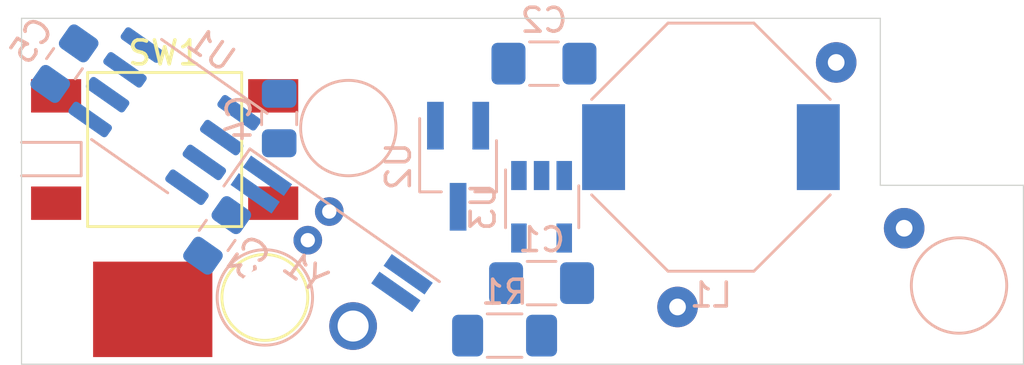
<source format=kicad_pcb>
(kicad_pcb (version 20171130) (host pcbnew "(5.1.12)-1")

  (general
    (thickness 1.6)
    (drawings 13)
    (tracks 1)
    (zones 0)
    (modules 21)
    (nets 12)
  )

  (page A4)
  (layers
    (0 F.Cu signal hide)
    (31 B.Cu signal)
    (32 B.Adhes user)
    (33 F.Adhes user)
    (34 B.Paste user hide)
    (35 F.Paste user hide)
    (36 B.SilkS user)
    (37 F.SilkS user hide)
    (38 B.Mask user hide)
    (39 F.Mask user hide)
    (40 Dwgs.User user)
    (41 Cmts.User user hide)
    (42 Eco1.User user)
    (43 Eco2.User user)
    (44 Edge.Cuts user)
    (45 Margin user)
    (46 B.CrtYd user hide)
    (47 F.CrtYd user hide)
    (48 B.Fab user hide)
    (49 F.Fab user hide)
  )

  (setup
    (last_trace_width 0.25)
    (trace_clearance 0.2)
    (zone_clearance 0.508)
    (zone_45_only no)
    (trace_min 0.2)
    (via_size 0.8)
    (via_drill 0.4)
    (via_min_size 0.4)
    (via_min_drill 0.3)
    (user_via 2 1.3)
    (uvia_size 0.3)
    (uvia_drill 0.1)
    (uvias_allowed no)
    (uvia_min_size 0.2)
    (uvia_min_drill 0.1)
    (edge_width 0.05)
    (segment_width 0.2)
    (pcb_text_width 0.3)
    (pcb_text_size 1.5 1.5)
    (mod_edge_width 0.12)
    (mod_text_size 1 1)
    (mod_text_width 0.15)
    (pad_size 1.7 1.7)
    (pad_drill 0.7)
    (pad_to_mask_clearance 0)
    (aux_axis_origin 0 0)
    (visible_elements 7FFFFFFF)
    (pcbplotparams
      (layerselection 0x010fc_ffffffff)
      (usegerberextensions false)
      (usegerberattributes true)
      (usegerberadvancedattributes true)
      (creategerberjobfile true)
      (excludeedgelayer true)
      (linewidth 0.100000)
      (plotframeref false)
      (viasonmask false)
      (mode 1)
      (useauxorigin false)
      (hpglpennumber 1)
      (hpglpenspeed 20)
      (hpglpendiameter 15.000000)
      (psnegative false)
      (psa4output false)
      (plotreference true)
      (plotvalue true)
      (plotinvisibletext false)
      (padsonsilk false)
      (subtractmaskfromsilk false)
      (outputformat 1)
      (mirror false)
      (drillshape 1)
      (scaleselection 1)
      (outputdirectory ""))
  )

  (net 0 "")
  (net 1 GND)
  (net 2 +BATT)
  (net 3 +2V8)
  (net 4 "Net-(SW1-Pad1)")
  (net 5 ENABLE)
  (net 6 "Net-(U1-Pad6)")
  (net 7 /XTAL2)
  (net 8 /XTAL1)
  (net 9 /SW)
  (net 10 /FB)
  (net 11 ~RESET)

  (net_class Default "This is the default net class."
    (clearance 0.2)
    (trace_width 0.25)
    (via_dia 0.8)
    (via_drill 0.4)
    (uvia_dia 0.3)
    (uvia_drill 0.1)
    (add_net +2V8)
    (add_net +BATT)
    (add_net /FB)
    (add_net /SW)
    (add_net /XTAL1)
    (add_net /XTAL2)
    (add_net ENABLE)
    (add_net GND)
    (add_net "Net-(SW1-Pad1)")
    (add_net "Net-(U1-Pad6)")
    (add_net ~RESET)
  )

  (module mibe:Crystal_SMD_Qantek_QTP7-4Pin_6.9x1.4mm_HandSoldering (layer B.Cu) (tedit 637546B5) (tstamp 63741888)
    (at 113 109.033494 325)
    (descr "SMD Crystal Qantek QPT7 https://www.qantek.com/tl_files/products/crystals/QTP7.pdf")
    (tags "SMD SMT crystal hand-soldering")
    (path /6369D0A6)
    (attr smd)
    (fp_text reference Y1 (at 0 1.95 145) (layer B.SilkS)
      (effects (font (size 1 1) (thickness 0.15)) (justify mirror))
    )
    (fp_text value "32.768 kHz" (at 0 -1.95 145) (layer B.Fab)
      (effects (font (size 1 1) (thickness 0.15)) (justify mirror))
    )
    (fp_text user %R (at 0 0 145) (layer B.Fab)
      (effects (font (size 1 1) (thickness 0.15)) (justify mirror))
    )
    (fp_line (start 4.9 1) (end -4.9 1) (layer B.CrtYd) (width 0.05))
    (fp_line (start 4.9 -1) (end 4.9 1) (layer B.CrtYd) (width 0.05))
    (fp_line (start -4.9 -1) (end 4.9 -1) (layer B.CrtYd) (width 0.05))
    (fp_line (start -4.9 1) (end -4.9 -1) (layer B.CrtYd) (width 0.05))
    (fp_line (start -4.85 -0.95) (end 4.85 -0.95) (layer B.SilkS) (width 0.12))
    (fp_line (start -4.85 0.95) (end -4.85 -0.95) (layer B.SilkS) (width 0.12))
    (fp_line (start -2.85 0.75) (end -2.85 -0.75) (layer B.Fab) (width 0.1))
    (fp_line (start -3.35 0.35) (end -2.95 0.75) (layer B.Fab) (width 0.1))
    (fp_line (start -3.35 -0.35) (end -3.35 0.35) (layer B.Fab) (width 0.1))
    (fp_line (start -2.95 -0.75) (end -3.35 -0.35) (layer B.Fab) (width 0.1))
    (fp_line (start 2.95 -0.75) (end -2.95 -0.75) (layer B.Fab) (width 0.1))
    (fp_line (start 3.35 -0.35) (end 2.95 -0.75) (layer B.Fab) (width 0.1))
    (fp_line (start 3.35 0.35) (end 3.35 -0.35) (layer B.Fab) (width 0.1))
    (fp_line (start 2.95 0.75) (end 3.35 0.35) (layer B.Fab) (width 0.1))
    (fp_line (start -2.95 0.75) (end 2.95 0.75) (layer B.Fab) (width 0.1))
    (pad 1 smd rect (at -3.6 -0.45 325) (size 2.1 0.6) (layers B.Cu B.Paste B.Mask)
      (net 8 /XTAL1))
    (pad NC smd rect (at 3.6 -0.45 325) (size 2.1 0.6) (layers B.Cu B.Paste B.Mask))
    (pad NC smd rect (at 3.6 0.45 325) (size 2.1 0.6) (layers B.Cu B.Paste B.Mask))
    (pad 2 smd rect (at -3.6 0.45 325) (size 2.1 0.6) (layers B.Cu B.Paste B.Mask)
      (net 7 /XTAL2))
  )

  (module Connector_Wire:SolderWire-0.1sqmm_1x01_D0.4mm_OD1mm (layer F.Cu) (tedit 6372BF4E) (tstamp 6375C2EC)
    (at 112 109.3 90)
    (descr "Soldered wire connection, for a single 0.1 mm² wire, basic insulation, conductor diameter 0.4mm, outer diameter 1mm, size source Multi-Contact FLEXI-E 0.1 (https://ec.staubli.com/AcroFiles/Catalogues/TM_Cab-Main-11014119_(en)_hi.pdf), bend radius 3 times outer diameter, generated with kicad-footprint-generator")
    (tags "connector wire 0.1sqmm")
    (attr virtual)
    (fp_text reference REF** (at 0 -2 90) (layer F.SilkS) hide
      (effects (font (size 1 1) (thickness 0.15)))
    )
    (fp_text value SolderWire-0.1sqmm_1x01_D0.4mm_OD1mm (at 0 2 90) (layer F.Fab)
      (effects (font (size 1 1) (thickness 0.15)))
    )
    (fp_circle (center 0 0) (end 0.5 0) (layer F.Fab) (width 0.1))
    (fp_line (start -1.3 -1.3) (end -1.3 1.3) (layer F.CrtYd) (width 0.05))
    (fp_line (start -1.3 1.3) (end 1.3 1.3) (layer F.CrtYd) (width 0.05))
    (fp_line (start 1.3 1.3) (end 1.3 -1.3) (layer F.CrtYd) (width 0.05))
    (fp_line (start 1.3 -1.3) (end -1.3 -1.3) (layer F.CrtYd) (width 0.05))
    (fp_text user %R (at 0 0 90) (layer F.Fab)
      (effects (font (size 0.25 0.25) (thickness 0.04)))
    )
    (pad 1 thru_hole circle (at 0 0 90) (size 1.2 1.2) (drill 0.6) (layers *.Cu *.Mask)
      (net 7 /XTAL2))
    (model ${KISYS3DMOD}/Connector_Wire.3dshapes/SolderWire-0.1sqmm_1x01_D0.4mm_OD1mm.wrl
      (at (xyz 0 0 0))
      (scale (xyz 1 1 1))
      (rotate (xyz 0 0 0))
    )
  )

  (module Connector_Wire:SolderWire-0.1sqmm_1x01_D0.4mm_OD1mm (layer F.Cu) (tedit 6372BF5C) (tstamp 6375C1B3)
    (at 112.9 108.1 90)
    (descr "Soldered wire connection, for a single 0.1 mm² wire, basic insulation, conductor diameter 0.4mm, outer diameter 1mm, size source Multi-Contact FLEXI-E 0.1 (https://ec.staubli.com/AcroFiles/Catalogues/TM_Cab-Main-11014119_(en)_hi.pdf), bend radius 3 times outer diameter, generated with kicad-footprint-generator")
    (tags "connector wire 0.1sqmm")
    (attr virtual)
    (fp_text reference REF** (at 0 -2 90) (layer F.SilkS) hide
      (effects (font (size 1 1) (thickness 0.15)))
    )
    (fp_text value SolderWire-0.1sqmm_1x01_D0.4mm_OD1mm (at 0 2 90) (layer F.Fab)
      (effects (font (size 1 1) (thickness 0.15)))
    )
    (fp_circle (center 0 0) (end 0.5 0) (layer F.Fab) (width 0.1))
    (fp_line (start -1.3 -1.3) (end -1.3 1.3) (layer F.CrtYd) (width 0.05))
    (fp_line (start -1.3 1.3) (end 1.3 1.3) (layer F.CrtYd) (width 0.05))
    (fp_line (start 1.3 1.3) (end 1.3 -1.3) (layer F.CrtYd) (width 0.05))
    (fp_line (start 1.3 -1.3) (end -1.3 -1.3) (layer F.CrtYd) (width 0.05))
    (fp_text user %R (at 0 0 90) (layer F.Fab)
      (effects (font (size 0.25 0.25) (thickness 0.04)))
    )
    (pad 1 thru_hole circle (at 0 0 90) (size 1.2 1.2) (drill 0.6) (layers *.Cu *.Mask)
      (net 8 /XTAL1))
    (model ${KISYS3DMOD}/Connector_Wire.3dshapes/SolderWire-0.1sqmm_1x01_D0.4mm_OD1mm.wrl
      (at (xyz 0 0 0))
      (scale (xyz 1 1 1))
      (rotate (xyz 0 0 0))
    )
  )

  (module Connector_Wire:SolderWire-0.15sqmm_1x01_D0.5mm_OD1.5mm (layer F.Cu) (tedit 6372BFCF) (tstamp 6373F710)
    (at 137 108.8)
    (descr "Soldered wire connection, for a single 0.15 mm² wire, basic insulation, conductor diameter 0.5mm, outer diameter 1.5mm, size source Multi-Contact FLEXI-E 0.15 (https://ec.staubli.com/AcroFiles/Catalogues/TM_Cab-Main-11014119_(en)_hi.pdf), bend radius 3 times outer diameter, generated with kicad-footprint-generator")
    (tags "connector wire 0.15sqmm")
    (attr virtual)
    (fp_text reference REF** (at 0 -2.05) (layer F.SilkS) hide
      (effects (font (size 1 1) (thickness 0.15)))
    )
    (fp_text value SolderWire-0.15sqmm_1x01_D0.5mm_OD1.5mm (at 0 2.05) (layer F.Fab)
      (effects (font (size 1 1) (thickness 0.15)))
    )
    (fp_circle (center 0 0) (end 0.75 0) (layer F.Fab) (width 0.1))
    (fp_line (start -1.5 -1.35) (end -1.5 1.35) (layer F.CrtYd) (width 0.05))
    (fp_line (start -1.5 1.35) (end 1.5 1.35) (layer F.CrtYd) (width 0.05))
    (fp_line (start 1.5 1.35) (end 1.5 -1.35) (layer F.CrtYd) (width 0.05))
    (fp_line (start 1.5 -1.35) (end -1.5 -1.35) (layer F.CrtYd) (width 0.05))
    (fp_text user %R (at 0 0) (layer F.Fab)
      (effects (font (size 0.38 0.38) (thickness 0.06)))
    )
    (pad 1 thru_hole circle (at 0 0) (size 1.7 1.7) (drill 0.7) (layers *.Cu *.Mask)
      (net 10 /FB))
    (model ${KISYS3DMOD}/Connector_Wire.3dshapes/SolderWire-0.15sqmm_1x01_D0.5mm_OD1.5mm.wrl
      (at (xyz 0 0 0))
      (scale (xyz 1 1 1))
      (rotate (xyz 0 0 0))
    )
  )

  (module Connector_Wire:SolderWire-0.15sqmm_1x01_D0.5mm_OD1.5mm (layer F.Cu) (tedit 6372BD02) (tstamp 637330B6)
    (at 134.15 101.85)
    (descr "Soldered wire connection, for a single 0.15 mm² wire, basic insulation, conductor diameter 0.5mm, outer diameter 1.5mm, size source Multi-Contact FLEXI-E 0.15 (https://ec.staubli.com/AcroFiles/Catalogues/TM_Cab-Main-11014119_(en)_hi.pdf), bend radius 3 times outer diameter, generated with kicad-footprint-generator")
    (tags "connector wire 0.15sqmm")
    (attr virtual)
    (fp_text reference REF** (at 0 -2.05) (layer F.SilkS) hide
      (effects (font (size 1 1) (thickness 0.15)))
    )
    (fp_text value SolderWire-0.15sqmm_1x01_D0.5mm_OD1.5mm (at 0 2.05) (layer F.Fab)
      (effects (font (size 1 1) (thickness 0.15)))
    )
    (fp_circle (center 0 0) (end 0.75 0) (layer F.Fab) (width 0.1))
    (fp_line (start -1.5 -1.35) (end -1.5 1.35) (layer F.CrtYd) (width 0.05))
    (fp_line (start -1.5 1.35) (end 1.5 1.35) (layer F.CrtYd) (width 0.05))
    (fp_line (start 1.5 1.35) (end 1.5 -1.35) (layer F.CrtYd) (width 0.05))
    (fp_line (start 1.5 -1.35) (end -1.5 -1.35) (layer F.CrtYd) (width 0.05))
    (fp_text user %R (at 0 0) (layer F.Fab)
      (effects (font (size 0.38 0.38) (thickness 0.06)))
    )
    (pad 1 thru_hole circle (at 0 0) (size 1.7 1.7) (drill 0.7) (layers *.Cu *.Mask)
      (net 3 +2V8))
    (model ${KISYS3DMOD}/Connector_Wire.3dshapes/SolderWire-0.15sqmm_1x01_D0.5mm_OD1.5mm.wrl
      (at (xyz 0 0 0))
      (scale (xyz 1 1 1))
      (rotate (xyz 0 0 0))
    )
  )

  (module Connector_Wire:SolderWirePad_1x01_SMD_1x2mm locked (layer F.Cu) (tedit 6372BA2A) (tstamp 637328E9)
    (at 105.5 112.2)
    (descr "Wire Pad, Square, SMD Pad,  5mm x 10mm,")
    (tags "MesurementPoint Square SMDPad 5mmx10mm ")
    (attr virtual)
    (fp_text reference REF** (at 0 -2.54) (layer F.SilkS) hide
      (effects (font (size 1 1) (thickness 0.15)))
    )
    (fp_text value SolderWirePad_1x01_SMD_1x2mm (at 0 2.54) (layer F.Fab)
      (effects (font (size 1 1) (thickness 0.15)))
    )
    (fp_line (start -0.63 1.27) (end -0.63 -1.27) (layer F.Fab) (width 0.1))
    (fp_line (start 0.63 1.27) (end -0.63 1.27) (layer F.Fab) (width 0.1))
    (fp_line (start 0.63 -1.27) (end 0.63 1.27) (layer F.Fab) (width 0.1))
    (fp_line (start -0.63 -1.27) (end 0.63 -1.27) (layer F.Fab) (width 0.1))
    (fp_line (start -0.63 -1.27) (end -0.63 1.27) (layer F.CrtYd) (width 0.05))
    (fp_line (start -0.63 1.27) (end 0.63 1.27) (layer F.CrtYd) (width 0.05))
    (fp_line (start 0.63 1.27) (end 0.63 -1.27) (layer F.CrtYd) (width 0.05))
    (fp_line (start 0.63 -1.27) (end -0.63 -1.27) (layer F.CrtYd) (width 0.05))
    (fp_text user %R (at 0 0) (layer F.Fab)
      (effects (font (size 1 1) (thickness 0.15)))
    )
    (pad 1 smd rect (at 0 0) (size 5 4) (layers F.Cu F.Paste F.Mask)
      (net 1 GND))
  )

  (module Connector_Wire:SolderWire-0.15sqmm_1x01_D0.5mm_OD1.5mm locked (layer F.Cu) (tedit 6372B8A7) (tstamp 63732351)
    (at 127.5 112.1)
    (descr "Soldered wire connection, for a single 0.15 mm² wire, basic insulation, conductor diameter 0.5mm, outer diameter 1.5mm, size source Multi-Contact FLEXI-E 0.15 (https://ec.staubli.com/AcroFiles/Catalogues/TM_Cab-Main-11014119_(en)_hi.pdf), bend radius 3 times outer diameter, generated with kicad-footprint-generator")
    (tags "connector wire 0.15sqmm")
    (attr virtual)
    (fp_text reference REF** (at 0 -2.05) (layer F.SilkS) hide
      (effects (font (size 1 1) (thickness 0.15)))
    )
    (fp_text value SolderWire-0.15sqmm_1x01_D0.5mm_OD1.5mm (at 0 2.05) (layer F.Fab)
      (effects (font (size 1 1) (thickness 0.15)))
    )
    (fp_circle (center 0 0) (end 0.75 0) (layer F.Fab) (width 0.1))
    (fp_line (start -1.5 -1.35) (end -1.5 1.35) (layer F.CrtYd) (width 0.05))
    (fp_line (start -1.5 1.35) (end 1.5 1.35) (layer F.CrtYd) (width 0.05))
    (fp_line (start 1.5 1.35) (end 1.5 -1.35) (layer F.CrtYd) (width 0.05))
    (fp_line (start 1.5 -1.35) (end -1.5 -1.35) (layer F.CrtYd) (width 0.05))
    (fp_text user %R (at 0 0) (layer F.Fab)
      (effects (font (size 0.38 0.38) (thickness 0.06)))
    )
    (pad 1 thru_hole circle (at 0 0) (size 1.7 1.7) (drill 0.7) (layers *.Cu *.Mask)
      (net 2 +BATT))
    (model ${KISYS3DMOD}/Connector_Wire.3dshapes/SolderWire-0.15sqmm_1x01_D0.5mm_OD1.5mm.wrl
      (at (xyz 0 0 0))
      (scale (xyz 1 1 1))
      (rotate (xyz 0 0 0))
    )
  )

  (module Package_TO_SOT_SMD:TSOT-23-5 (layer B.Cu) (tedit 5A02FF57) (tstamp 6373131C)
    (at 121.8 107.9 270)
    (descr "5-pin TSOT23 package, http://cds.linear.com/docs/en/packaging/SOT_5_05-08-1635.pdf")
    (tags TSOT-23-5)
    (path /6369B35B)
    (attr smd)
    (fp_text reference U3 (at 0 2.45 90) (layer B.SilkS)
      (effects (font (size 1 1) (thickness 0.15)) (justify mirror))
    )
    (fp_text value PAM2804AAB010 (at 0 -2.5 90) (layer B.Fab)
      (effects (font (size 1 1) (thickness 0.15)) (justify mirror))
    )
    (fp_line (start -0.88 -1.56) (end 0.88 -1.56) (layer B.SilkS) (width 0.12))
    (fp_line (start 0.88 1.51) (end -1.55 1.51) (layer B.SilkS) (width 0.12))
    (fp_line (start -0.88 1) (end -0.43 1.45) (layer B.Fab) (width 0.1))
    (fp_line (start 0.88 1.45) (end -0.43 1.45) (layer B.Fab) (width 0.1))
    (fp_line (start -0.88 1) (end -0.88 -1.45) (layer B.Fab) (width 0.1))
    (fp_line (start 0.88 -1.45) (end -0.88 -1.45) (layer B.Fab) (width 0.1))
    (fp_line (start 0.88 1.45) (end 0.88 -1.45) (layer B.Fab) (width 0.1))
    (fp_line (start -2.17 1.7) (end 2.17 1.7) (layer B.CrtYd) (width 0.05))
    (fp_line (start -2.17 1.7) (end -2.17 -1.7) (layer B.CrtYd) (width 0.05))
    (fp_line (start 2.17 -1.7) (end 2.17 1.7) (layer B.CrtYd) (width 0.05))
    (fp_line (start 2.17 -1.7) (end -2.17 -1.7) (layer B.CrtYd) (width 0.05))
    (fp_text user %R (at 0 0 180) (layer B.Fab)
      (effects (font (size 0.5 0.5) (thickness 0.075)) (justify mirror))
    )
    (pad 5 smd rect (at 1.31 0.95 270) (size 1.22 0.65) (layers B.Cu B.Paste B.Mask)
      (net 10 /FB))
    (pad 4 smd rect (at 1.31 -0.95 270) (size 1.22 0.65) (layers B.Cu B.Paste B.Mask)
      (net 2 +BATT))
    (pad 3 smd rect (at -1.31 -0.95 270) (size 1.22 0.65) (layers B.Cu B.Paste B.Mask)
      (net 9 /SW))
    (pad 2 smd rect (at -1.31 0 270) (size 1.22 0.65) (layers B.Cu B.Paste B.Mask)
      (net 1 GND))
    (pad 1 smd rect (at -1.31 0.95 270) (size 1.22 0.65) (layers B.Cu B.Paste B.Mask)
      (net 5 ENABLE))
    (model ${KISYS3DMOD}/Package_TO_SOT_SMD.3dshapes/TSOT-23-5.wrl
      (at (xyz 0 0 0))
      (scale (xyz 1 1 1))
      (rotate (xyz 0 0 0))
    )
  )

  (module Package_TO_SOT_SMD:SOT-23W_Handsoldering (layer B.Cu) (tedit 5A02FF57) (tstamp 63731307)
    (at 118.3 106.2 270)
    (descr "SOT-23W http://www.allegromicro.com/~/media/Files/Datasheets/A112x-Datasheet.ashx?la=en&hash=7BC461E058CC246E0BAB62433B2F1ECA104CA9D3")
    (tags "SOT-23W for handsoldering")
    (path /636AEB68)
    (attr smd)
    (fp_text reference U2 (at 0 2.5 270) (layer B.SilkS)
      (effects (font (size 1 1) (thickness 0.15)) (justify mirror))
    )
    (fp_text value SGM809B-SXN3LG (at 0 -2.5 270) (layer B.Fab)
      (effects (font (size 1 1) (thickness 0.15)) (justify mirror))
    )
    (fp_line (start 1.075 -0.7) (end 1.075 -1.61) (layer B.SilkS) (width 0.12))
    (fp_line (start 1.075 1.6) (end 1.075 0.7) (layer B.SilkS) (width 0.12))
    (fp_line (start -2 1.61) (end 1.075 1.61) (layer B.SilkS) (width 0.12))
    (fp_line (start -1.075 -1.61) (end 1.075 -1.61) (layer B.SilkS) (width 0.12))
    (fp_line (start -0.955 0.49) (end -0.955 -1.49) (layer B.Fab) (width 0.1))
    (fp_line (start 0.045 1.49) (end 0.955 1.49) (layer B.Fab) (width 0.1))
    (fp_line (start -0.955 0.49) (end 0.045 1.49) (layer B.Fab) (width 0.1))
    (fp_line (start 0.955 1.49) (end 0.955 -1.49) (layer B.Fab) (width 0.1))
    (fp_line (start -0.955 -1.49) (end 0.955 -1.49) (layer B.Fab) (width 0.1))
    (fp_line (start -2.95 1.74) (end 2.95 1.74) (layer B.CrtYd) (width 0.05))
    (fp_line (start 2.95 1.74) (end 2.95 -1.74) (layer B.CrtYd) (width 0.05))
    (fp_line (start 2.95 -1.74) (end -2.95 -1.74) (layer B.CrtYd) (width 0.05))
    (fp_line (start -2.95 -1.74) (end -2.95 1.74) (layer B.CrtYd) (width 0.05))
    (fp_text user %R (at 0 0) (layer B.Fab)
      (effects (font (size 0.5 0.5) (thickness 0.075)) (justify mirror))
    )
    (pad 3 smd rect (at 1.7 0 270) (size 2 0.7) (layers B.Cu B.Paste B.Mask)
      (net 2 +BATT))
    (pad 2 smd rect (at -1.7 -0.95 270) (size 2 0.7) (layers B.Cu B.Paste B.Mask)
      (net 11 ~RESET))
    (pad 1 smd rect (at -1.7 0.95 270) (size 2 0.7) (layers B.Cu B.Paste B.Mask)
      (net 1 GND))
    (model ${KISYS3DMOD}/Package_TO_SOT_SMD.3dshapes/SOT-23W_Handsoldering.wrl
      (at (xyz 0 0 0))
      (scale (xyz 1 1 1))
      (rotate (xyz 0 0 0))
    )
  )

  (module Package_SO:SOIC-8_3.9x4.9mm_P1.27mm (layer B.Cu) (tedit 5D9F72B1) (tstamp 6374183F)
    (at 106 104.1 145)
    (descr "SOIC, 8 Pin (JEDEC MS-012AA, https://www.analog.com/media/en/package-pcb-resources/package/pkg_pdf/soic_narrow-r/r_8.pdf), generated with kicad-footprint-generator ipc_gullwing_generator.py")
    (tags "SOIC SO")
    (path /6369BBC6)
    (attr smd)
    (fp_text reference U1 (at 0 3.4 145) (layer B.SilkS)
      (effects (font (size 1 1) (thickness 0.15)) (justify mirror))
    )
    (fp_text value ATtiny25-20SSU (at 0 -3.4 145) (layer B.Fab)
      (effects (font (size 1 1) (thickness 0.15)) (justify mirror))
    )
    (fp_line (start 0 -2.56) (end 1.95 -2.56) (layer B.SilkS) (width 0.12))
    (fp_line (start 0 -2.56) (end -1.95 -2.56) (layer B.SilkS) (width 0.12))
    (fp_line (start 0 2.56) (end 1.95 2.56) (layer B.SilkS) (width 0.12))
    (fp_line (start 0 2.56) (end -3.45 2.56) (layer B.SilkS) (width 0.12))
    (fp_line (start -0.975 2.45) (end 1.95 2.45) (layer B.Fab) (width 0.1))
    (fp_line (start 1.95 2.45) (end 1.95 -2.45) (layer B.Fab) (width 0.1))
    (fp_line (start 1.95 -2.45) (end -1.95 -2.45) (layer B.Fab) (width 0.1))
    (fp_line (start -1.95 -2.45) (end -1.95 1.475) (layer B.Fab) (width 0.1))
    (fp_line (start -1.95 1.475) (end -0.975 2.45) (layer B.Fab) (width 0.1))
    (fp_line (start -3.7 2.7) (end -3.7 -2.7) (layer B.CrtYd) (width 0.05))
    (fp_line (start -3.7 -2.7) (end 3.7 -2.7) (layer B.CrtYd) (width 0.05))
    (fp_line (start 3.7 -2.7) (end 3.7 2.7) (layer B.CrtYd) (width 0.05))
    (fp_line (start 3.7 2.7) (end -3.7 2.7) (layer B.CrtYd) (width 0.05))
    (fp_text user %R (at 0 0 145) (layer B.Fab)
      (effects (font (size 0.98 0.98) (thickness 0.15)) (justify mirror))
    )
    (pad 8 smd roundrect (at 2.475 1.905 145) (size 1.95 0.6) (layers B.Cu B.Paste B.Mask) (roundrect_rratio 0.25)
      (net 2 +BATT))
    (pad 7 smd roundrect (at 2.475 0.635 145) (size 1.95 0.6) (layers B.Cu B.Paste B.Mask) (roundrect_rratio 0.25)
      (net 5 ENABLE))
    (pad 6 smd roundrect (at 2.475 -0.635 145) (size 1.95 0.6) (layers B.Cu B.Paste B.Mask) (roundrect_rratio 0.25)
      (net 6 "Net-(U1-Pad6)"))
    (pad 5 smd roundrect (at 2.475 -1.905 145) (size 1.95 0.6) (layers B.Cu B.Paste B.Mask) (roundrect_rratio 0.25)
      (net 4 "Net-(SW1-Pad1)"))
    (pad 4 smd roundrect (at -2.475 -1.905 145) (size 1.95 0.6) (layers B.Cu B.Paste B.Mask) (roundrect_rratio 0.25)
      (net 1 GND))
    (pad 3 smd roundrect (at -2.475 -0.635 145) (size 1.95 0.6) (layers B.Cu B.Paste B.Mask) (roundrect_rratio 0.25)
      (net 7 /XTAL2))
    (pad 2 smd roundrect (at -2.475 0.635 145) (size 1.95 0.6) (layers B.Cu B.Paste B.Mask) (roundrect_rratio 0.25)
      (net 8 /XTAL1))
    (pad 1 smd roundrect (at -2.475 1.905 145) (size 1.95 0.6) (layers B.Cu B.Paste B.Mask) (roundrect_rratio 0.25)
      (net 11 ~RESET))
    (model ${KISYS3DMOD}/Package_SO.3dshapes/SOIC-8_3.9x4.9mm_P1.27mm.wrl
      (at (xyz 0 0 0))
      (scale (xyz 1 1 1))
      (rotate (xyz 0 0 0))
    )
  )

  (module mibe:SW_SPST_TL3301 locked (layer F.Cu) (tedit 6372A81A) (tstamp 637312D8)
    (at 106 105.5)
    (descr "E switch SPST SMD TL3301 Series Tact Switch")
    (tags "SPST Button Switch")
    (path /636A2B0E)
    (attr smd)
    (fp_text reference SW1 (at 0 -4.05) (layer F.SilkS)
      (effects (font (size 1 1) (thickness 0.15)))
    )
    (fp_text value TL3301 (at 0 4.15) (layer F.Fab)
      (effects (font (size 1 1) (thickness 0.15)))
    )
    (fp_circle (center 0 0) (end 1.75 -0.05) (layer F.Fab) (width 0.1))
    (fp_line (start -3.23 3.23) (end 3.23 3.23) (layer F.SilkS) (width 0.12))
    (fp_line (start -3.23 -3.23) (end -3.23 3.23) (layer F.SilkS) (width 0.12))
    (fp_line (start -3.23 -3.23) (end 3.23 -3.23) (layer F.SilkS) (width 0.12))
    (fp_line (start 3.23 -3.23) (end 3.23 3.23) (layer F.SilkS) (width 0.12))
    (fp_line (start -5.05 -3.4) (end 5.05 -3.4) (layer F.CrtYd) (width 0.05))
    (fp_line (start -5.05 3.4) (end 5.05 3.4) (layer F.CrtYd) (width 0.05))
    (fp_line (start -5.05 -3.4) (end -5.05 3.4) (layer F.CrtYd) (width 0.05))
    (fp_line (start 5.05 3.4) (end 5.05 -3.4) (layer F.CrtYd) (width 0.05))
    (fp_line (start 3 -3) (end -3 -3) (layer F.Fab) (width 0.1))
    (fp_line (start 3 3) (end 3 -3) (layer F.Fab) (width 0.1))
    (fp_line (start -3 3) (end 3 3) (layer F.Fab) (width 0.1))
    (fp_line (start -3 -3) (end -3 3) (layer F.Fab) (width 0.1))
    (fp_text user %R (at 0 -4.05) (layer F.Fab)
      (effects (font (size 1 1) (thickness 0.15)))
    )
    (pad 2 smd rect (at -4.55 2.25) (size 2.1 1.4) (layers F.Cu F.Paste F.Mask)
      (net 1 GND))
    (pad 1 smd rect (at -4.55 -2.25) (size 2.1 1.4) (layers F.Cu F.Paste F.Mask)
      (net 4 "Net-(SW1-Pad1)"))
    (pad 1 smd rect (at 4.55 -2.25) (size 2.1 1.4) (layers F.Cu F.Paste F.Mask)
      (net 4 "Net-(SW1-Pad1)"))
    (pad 2 smd rect (at 4.55 2.25) (size 2.1 1.4) (layers F.Cu F.Paste F.Mask)
      (net 1 GND))
  )

  (module Resistor_SMD:R_1206_3216Metric_Pad1.30x1.75mm_HandSolder (layer B.Cu) (tedit 5F68FEEE) (tstamp 63733A0A)
    (at 120.25 113.3 180)
    (descr "Resistor SMD 1206 (3216 Metric), square (rectangular) end terminal, IPC_7351 nominal with elongated pad for handsoldering. (Body size source: IPC-SM-782 page 72, https://www.pcb-3d.com/wordpress/wp-content/uploads/ipc-sm-782a_amendment_1_and_2.pdf), generated with kicad-footprint-generator")
    (tags "resistor handsolder")
    (path /636A1A59)
    (attr smd)
    (fp_text reference R1 (at 0 1.82) (layer B.SilkS)
      (effects (font (size 1 1) (thickness 0.15)) (justify mirror))
    )
    (fp_text value CRL1206-FW-R820 (at 0 -1.82) (layer B.Fab)
      (effects (font (size 1 1) (thickness 0.15)) (justify mirror))
    )
    (fp_line (start -1.6 -0.8) (end -1.6 0.8) (layer B.Fab) (width 0.1))
    (fp_line (start -1.6 0.8) (end 1.6 0.8) (layer B.Fab) (width 0.1))
    (fp_line (start 1.6 0.8) (end 1.6 -0.8) (layer B.Fab) (width 0.1))
    (fp_line (start 1.6 -0.8) (end -1.6 -0.8) (layer B.Fab) (width 0.1))
    (fp_line (start -0.727064 0.91) (end 0.727064 0.91) (layer B.SilkS) (width 0.12))
    (fp_line (start -0.727064 -0.91) (end 0.727064 -0.91) (layer B.SilkS) (width 0.12))
    (fp_line (start -2.45 -1.12) (end -2.45 1.12) (layer B.CrtYd) (width 0.05))
    (fp_line (start -2.45 1.12) (end 2.45 1.12) (layer B.CrtYd) (width 0.05))
    (fp_line (start 2.45 1.12) (end 2.45 -1.12) (layer B.CrtYd) (width 0.05))
    (fp_line (start 2.45 -1.12) (end -2.45 -1.12) (layer B.CrtYd) (width 0.05))
    (fp_text user %R (at 0 0) (layer B.Fab)
      (effects (font (size 0.8 0.8) (thickness 0.12)) (justify mirror))
    )
    (pad 2 smd roundrect (at 1.55 0 180) (size 1.3 1.75) (layers B.Cu B.Paste B.Mask) (roundrect_rratio 0.192308)
      (net 1 GND))
    (pad 1 smd roundrect (at -1.55 0 180) (size 1.3 1.75) (layers B.Cu B.Paste B.Mask) (roundrect_rratio 0.192308)
      (net 10 /FB))
    (model ${KISYS3DMOD}/Resistor_SMD.3dshapes/R_1206_3216Metric.wrl
      (at (xyz 0 0 0))
      (scale (xyz 1 1 1))
      (rotate (xyz 0 0 0))
    )
  )

  (module Inductor_SMD:L_Bourns-SRU1028_10.0x10.0mm (layer B.Cu) (tedit 5DA0DC6F) (tstamp 6373FEDD)
    (at 128.9 105.4)
    (descr "Bourns SRU1028 series SMD inductor, https://www.bourns.com/docs/Product-Datasheets/SRU1028.pdf")
    (tags "Bourns SRU1028 SMD inductor")
    (path /6369E4E0)
    (attr smd)
    (fp_text reference L1 (at 0 6.2) (layer B.SilkS)
      (effects (font (size 1 1) (thickness 0.15)) (justify mirror))
    )
    (fp_text value SRU1038-150Y (at 0 -6.2) (layer B.Fab)
      (effects (font (size 1 1) (thickness 0.15)) (justify mirror))
    )
    (fp_line (start -1.8 5.2) (end -5 2) (layer B.SilkS) (width 0.12))
    (fp_circle (center 0 0) (end 3.7 0) (layer B.Fab) (width 0.1))
    (fp_line (start 1.7 5) (end 5 1.7) (layer B.Fab) (width 0.1))
    (fp_line (start -1.7 5) (end 1.7 5) (layer B.Fab) (width 0.1))
    (fp_line (start -5 1.7) (end -1.7 5) (layer B.Fab) (width 0.1))
    (fp_line (start -5 -1.7) (end -5 1.7) (layer B.Fab) (width 0.1))
    (fp_line (start -1.7 -5) (end -5 -1.7) (layer B.Fab) (width 0.1))
    (fp_line (start 1.7 -5) (end -1.7 -5) (layer B.Fab) (width 0.1))
    (fp_line (start 5 -1.7) (end 1.7 -5) (layer B.Fab) (width 0.1))
    (fp_line (start 5 1.7) (end 5 -1.7) (layer B.Fab) (width 0.1))
    (fp_line (start -1.8 5.2) (end 1.8 5.2) (layer B.SilkS) (width 0.12))
    (fp_line (start -1.8 -5.2) (end -5 -2) (layer B.SilkS) (width 0.12))
    (fp_line (start 1.8 -5.2) (end -1.8 -5.2) (layer B.SilkS) (width 0.12))
    (fp_line (start 1.8 -5.2) (end 5 -2) (layer B.SilkS) (width 0.12))
    (fp_line (start 1.8 5.2) (end 5 2) (layer B.SilkS) (width 0.12))
    (fp_line (start -5.65 5.25) (end 5.65 5.25) (layer B.CrtYd) (width 0.05))
    (fp_line (start -5.65 -5.25) (end -5.65 5.25) (layer B.CrtYd) (width 0.05))
    (fp_line (start 5.65 -5.25) (end -5.65 -5.25) (layer B.CrtYd) (width 0.05))
    (fp_line (start 5.65 5.25) (end 5.65 -5.25) (layer B.CrtYd) (width 0.05))
    (fp_text user %R (at 0 0) (layer B.Fab)
      (effects (font (size 1 1) (thickness 0.15)) (justify mirror))
    )
    (pad 2 smd rect (at 4.5 0) (size 1.8 3.6) (layers B.Cu B.Paste B.Mask)
      (net 3 +2V8))
    (pad 1 smd rect (at -4.5 0) (size 1.8 3.6) (layers B.Cu B.Paste B.Mask)
      (net 9 /SW))
    (model ${KISYS3DMOD}/Inductor_SMD.3dshapes/L_Bourns-SRU1028_10.0x10.0mm.wrl
      (at (xyz 0 0 0))
      (scale (xyz 1 1 1))
      (rotate (xyz 0 0 0))
    )
  )

  (module MountingHole:MountingHole_2.5mm locked (layer F.Cu) (tedit 6372B07A) (tstamp 63731297)
    (at 110.2 111.7)
    (descr "Mounting Hole 2.5mm, no annular")
    (tags "mounting hole 2.5mm no annular")
    (path /6372C56E)
    (attr virtual)
    (fp_text reference H3 (at 0 -3.5) (layer F.SilkS) hide
      (effects (font (size 1 1) (thickness 0.15)))
    )
    (fp_text value MountingHole (at 0 3.5) (layer F.Fab)
      (effects (font (size 1 1) (thickness 0.15)))
    )
    (fp_circle (center 0 0) (end 2.75 0) (layer F.CrtYd) (width 0.05))
    (fp_circle (center 0 0) (end 2.5 0) (layer Cmts.User) (width 0.15))
    (fp_text user %R (at 0.3 0) (layer F.Fab)
      (effects (font (size 1 1) (thickness 0.15)))
    )
    (pad "" np_thru_hole circle (at 0 0) (size 2.4 2.4) (drill 2.4) (layers *.Cu *.Mask))
  )

  (module MountingHole:MountingHole_3.5mm locked (layer F.Cu) (tedit 6372B278) (tstamp 6373154B)
    (at 139.3 111.2)
    (descr "Mounting Hole 3.5mm, no annular")
    (tags "mounting hole 3.5mm no annular")
    (path /6372C182)
    (attr virtual)
    (fp_text reference H2 (at 0 -4.5) (layer F.SilkS) hide
      (effects (font (size 1 1) (thickness 0.15)))
    )
    (fp_text value MountingHole (at 0 4.5) (layer F.Fab)
      (effects (font (size 1 1) (thickness 0.15)))
    )
    (fp_circle (center 0 0) (end 3.5 0) (layer Cmts.User) (width 0.15))
    (fp_circle (center 0 0) (end 3.75 0) (layer F.CrtYd) (width 0.05))
    (fp_text user %R (at 0.3 0) (layer F.Fab)
      (effects (font (size 1 1) (thickness 0.15)))
    )
    (pad "" np_thru_hole circle (at 0 0) (size 3.4 3.4) (drill 3.4) (layers *.Cu *.Mask))
  )

  (module MountingHole:MountingHole_3.5mm locked (layer F.Cu) (tedit 6372B325) (tstamp 63731287)
    (at 113.7 104.6)
    (descr "Mounting Hole 3.5mm, no annular")
    (tags "mounting hole 3.5mm no annular")
    (path /6372BC7B)
    (attr virtual)
    (fp_text reference H1 (at -1.35 -0.73) (layer F.SilkS) hide
      (effects (font (size 1 1) (thickness 0.15)))
    )
    (fp_text value MountingHole (at 0 4.5) (layer F.Fab)
      (effects (font (size 1 1) (thickness 0.15)))
    )
    (fp_circle (center 0 0) (end 3.5 0) (layer Cmts.User) (width 0.15))
    (fp_circle (center 0 0) (end 3.75 0) (layer F.CrtYd) (width 0.05))
    (fp_text user %R (at 0.3 0) (layer F.Fab)
      (effects (font (size 1 1) (thickness 0.15)))
    )
    (pad "" np_thru_hole circle (at 0 0) (size 3.4 3.4) (drill 3.4) (layers *.Cu *.Mask))
  )

  (module Capacitor_SMD:C_0805_2012Metric_Pad1.18x1.45mm_HandSolder (layer B.Cu) (tedit 5F68FEEF) (tstamp 6375C4B1)
    (at 101.8 101.9 235)
    (descr "Capacitor SMD 0805 (2012 Metric), square (rectangular) end terminal, IPC_7351 nominal with elongated pad for handsoldering. (Body size source: IPC-SM-782 page 76, https://www.pcb-3d.com/wordpress/wp-content/uploads/ipc-sm-782a_amendment_1_and_2.pdf, https://docs.google.com/spreadsheets/d/1BsfQQcO9C6DZCsRaXUlFlo91Tg2WpOkGARC1WS5S8t0/edit?usp=sharing), generated with kicad-footprint-generator")
    (tags "capacitor handsolder")
    (path /636A0DE7)
    (attr smd)
    (fp_text reference C5 (at 0 1.68 55) (layer B.SilkS)
      (effects (font (size 1 1) (thickness 0.15)) (justify mirror))
    )
    (fp_text value "100 nF" (at 0 -1.68 55) (layer B.Fab)
      (effects (font (size 1 1) (thickness 0.15)) (justify mirror))
    )
    (fp_line (start -1 -0.625) (end -1 0.625) (layer B.Fab) (width 0.1))
    (fp_line (start -1 0.625) (end 1 0.625) (layer B.Fab) (width 0.1))
    (fp_line (start 1 0.625) (end 1 -0.625) (layer B.Fab) (width 0.1))
    (fp_line (start 1 -0.625) (end -1 -0.625) (layer B.Fab) (width 0.1))
    (fp_line (start -0.261252 0.735) (end 0.261252 0.735) (layer B.SilkS) (width 0.12))
    (fp_line (start -0.261252 -0.735) (end 0.261252 -0.735) (layer B.SilkS) (width 0.12))
    (fp_line (start -1.88 -0.98) (end -1.88 0.98) (layer B.CrtYd) (width 0.05))
    (fp_line (start -1.88 0.98) (end 1.88 0.98) (layer B.CrtYd) (width 0.05))
    (fp_line (start 1.88 0.98) (end 1.88 -0.98) (layer B.CrtYd) (width 0.05))
    (fp_line (start 1.88 -0.98) (end -1.88 -0.98) (layer B.CrtYd) (width 0.05))
    (fp_text user %R (at 0 0 55) (layer B.Fab)
      (effects (font (size 0.5 0.5) (thickness 0.08)) (justify mirror))
    )
    (pad 2 smd roundrect (at 1.0375 0 235) (size 1.175 1.45) (layers B.Cu B.Paste B.Mask) (roundrect_rratio 0.212766)
      (net 1 GND))
    (pad 1 smd roundrect (at -1.0375 0 235) (size 1.175 1.45) (layers B.Cu B.Paste B.Mask) (roundrect_rratio 0.212766)
      (net 2 +BATT))
    (model ${KISYS3DMOD}/Capacitor_SMD.3dshapes/C_0805_2012Metric.wrl
      (at (xyz 0 0 0))
      (scale (xyz 1 1 1))
      (rotate (xyz 0 0 0))
    )
  )

  (module Capacitor_SMD:C_0805_2012Metric_Pad1.18x1.45mm_HandSolder (layer B.Cu) (tedit 5F68FEEF) (tstamp 6373126E)
    (at 110.8 104.2 270)
    (descr "Capacitor SMD 0805 (2012 Metric), square (rectangular) end terminal, IPC_7351 nominal with elongated pad for handsoldering. (Body size source: IPC-SM-782 page 76, https://www.pcb-3d.com/wordpress/wp-content/uploads/ipc-sm-782a_amendment_1_and_2.pdf, https://docs.google.com/spreadsheets/d/1BsfQQcO9C6DZCsRaXUlFlo91Tg2WpOkGARC1WS5S8t0/edit?usp=sharing), generated with kicad-footprint-generator")
    (tags "capacitor handsolder")
    (path /6369DFE7)
    (attr smd)
    (fp_text reference C4 (at 0 1.68 90) (layer B.SilkS)
      (effects (font (size 1 1) (thickness 0.15)) (justify mirror))
    )
    (fp_text value C (at 0 -1.68 90) (layer B.Fab)
      (effects (font (size 1 1) (thickness 0.15)) (justify mirror))
    )
    (fp_line (start -1 -0.625) (end -1 0.625) (layer B.Fab) (width 0.1))
    (fp_line (start -1 0.625) (end 1 0.625) (layer B.Fab) (width 0.1))
    (fp_line (start 1 0.625) (end 1 -0.625) (layer B.Fab) (width 0.1))
    (fp_line (start 1 -0.625) (end -1 -0.625) (layer B.Fab) (width 0.1))
    (fp_line (start -0.261252 0.735) (end 0.261252 0.735) (layer B.SilkS) (width 0.12))
    (fp_line (start -0.261252 -0.735) (end 0.261252 -0.735) (layer B.SilkS) (width 0.12))
    (fp_line (start -1.88 -0.98) (end -1.88 0.98) (layer B.CrtYd) (width 0.05))
    (fp_line (start -1.88 0.98) (end 1.88 0.98) (layer B.CrtYd) (width 0.05))
    (fp_line (start 1.88 0.98) (end 1.88 -0.98) (layer B.CrtYd) (width 0.05))
    (fp_line (start 1.88 -0.98) (end -1.88 -0.98) (layer B.CrtYd) (width 0.05))
    (fp_text user %R (at 0 0 90) (layer B.Fab)
      (effects (font (size 0.5 0.5) (thickness 0.08)) (justify mirror))
    )
    (pad 2 smd roundrect (at 1.0375 0 270) (size 1.175 1.45) (layers B.Cu B.Paste B.Mask) (roundrect_rratio 0.212766)
      (net 8 /XTAL1))
    (pad 1 smd roundrect (at -1.0375 0 270) (size 1.175 1.45) (layers B.Cu B.Paste B.Mask) (roundrect_rratio 0.212766)
      (net 1 GND))
    (model ${KISYS3DMOD}/Capacitor_SMD.3dshapes/C_0805_2012Metric.wrl
      (at (xyz 0 0 0))
      (scale (xyz 1 1 1))
      (rotate (xyz 0 0 0))
    )
  )

  (module Capacitor_SMD:C_0805_2012Metric_Pad1.18x1.45mm_HandSolder (layer B.Cu) (tedit 5F68FEEF) (tstamp 6373125D)
    (at 108.2 109.1 55)
    (descr "Capacitor SMD 0805 (2012 Metric), square (rectangular) end terminal, IPC_7351 nominal with elongated pad for handsoldering. (Body size source: IPC-SM-782 page 76, https://www.pcb-3d.com/wordpress/wp-content/uploads/ipc-sm-782a_amendment_1_and_2.pdf, https://docs.google.com/spreadsheets/d/1BsfQQcO9C6DZCsRaXUlFlo91Tg2WpOkGARC1WS5S8t0/edit?usp=sharing), generated with kicad-footprint-generator")
    (tags "capacitor handsolder")
    (path /6369D795)
    (attr smd)
    (fp_text reference C3 (at 0 1.68 55) (layer B.SilkS)
      (effects (font (size 1 1) (thickness 0.15)) (justify mirror))
    )
    (fp_text value C (at 0 -1.68 55) (layer B.Fab)
      (effects (font (size 1 1) (thickness 0.15)) (justify mirror))
    )
    (fp_line (start -1 -0.625) (end -1 0.625) (layer B.Fab) (width 0.1))
    (fp_line (start -1 0.625) (end 1 0.625) (layer B.Fab) (width 0.1))
    (fp_line (start 1 0.625) (end 1 -0.625) (layer B.Fab) (width 0.1))
    (fp_line (start 1 -0.625) (end -1 -0.625) (layer B.Fab) (width 0.1))
    (fp_line (start -0.261252 0.735) (end 0.261252 0.735) (layer B.SilkS) (width 0.12))
    (fp_line (start -0.261252 -0.735) (end 0.261252 -0.735) (layer B.SilkS) (width 0.12))
    (fp_line (start -1.88 -0.98) (end -1.88 0.98) (layer B.CrtYd) (width 0.05))
    (fp_line (start -1.88 0.98) (end 1.88 0.98) (layer B.CrtYd) (width 0.05))
    (fp_line (start 1.88 0.98) (end 1.88 -0.98) (layer B.CrtYd) (width 0.05))
    (fp_line (start 1.88 -0.98) (end -1.88 -0.98) (layer B.CrtYd) (width 0.05))
    (fp_text user %R (at 0 0 55) (layer B.Fab)
      (effects (font (size 0.5 0.5) (thickness 0.08)) (justify mirror))
    )
    (pad 2 smd roundrect (at 1.0375 0 55) (size 1.175 1.45) (layers B.Cu B.Paste B.Mask) (roundrect_rratio 0.212766)
      (net 7 /XTAL2))
    (pad 1 smd roundrect (at -1.0375 0 55) (size 1.175 1.45) (layers B.Cu B.Paste B.Mask) (roundrect_rratio 0.212766)
      (net 1 GND))
    (model ${KISYS3DMOD}/Capacitor_SMD.3dshapes/C_0805_2012Metric.wrl
      (at (xyz 0 0 0))
      (scale (xyz 1 1 1))
      (rotate (xyz 0 0 0))
    )
  )

  (module Capacitor_SMD:C_1206_3216Metric_Pad1.42x1.75mm_HandSolder (layer B.Cu) (tedit 5B301BBE) (tstamp 6373FD25)
    (at 121.9 101.9 180)
    (descr "Capacitor SMD 1206 (3216 Metric), square (rectangular) end terminal, IPC_7351 nominal with elongated pad for handsoldering. (Body size source: http://www.tortai-tech.com/upload/download/2011102023233369053.pdf), generated with kicad-footprint-generator")
    (tags "capacitor handsolder")
    (path /636A08B3)
    (attr smd)
    (fp_text reference C2 (at 0 1.82) (layer B.SilkS)
      (effects (font (size 1 1) (thickness 0.15)) (justify mirror))
    )
    (fp_text value C1206C106K3PACTU (at 0 -1.82) (layer B.Fab)
      (effects (font (size 1 1) (thickness 0.15)) (justify mirror))
    )
    (fp_line (start -1.6 -0.8) (end -1.6 0.8) (layer B.Fab) (width 0.1))
    (fp_line (start -1.6 0.8) (end 1.6 0.8) (layer B.Fab) (width 0.1))
    (fp_line (start 1.6 0.8) (end 1.6 -0.8) (layer B.Fab) (width 0.1))
    (fp_line (start 1.6 -0.8) (end -1.6 -0.8) (layer B.Fab) (width 0.1))
    (fp_line (start -0.602064 0.91) (end 0.602064 0.91) (layer B.SilkS) (width 0.12))
    (fp_line (start -0.602064 -0.91) (end 0.602064 -0.91) (layer B.SilkS) (width 0.12))
    (fp_line (start -2.45 -1.12) (end -2.45 1.12) (layer B.CrtYd) (width 0.05))
    (fp_line (start -2.45 1.12) (end 2.45 1.12) (layer B.CrtYd) (width 0.05))
    (fp_line (start 2.45 1.12) (end 2.45 -1.12) (layer B.CrtYd) (width 0.05))
    (fp_line (start 2.45 -1.12) (end -2.45 -1.12) (layer B.CrtYd) (width 0.05))
    (fp_text user %R (at 0 0) (layer B.Fab)
      (effects (font (size 0.8 0.8) (thickness 0.12)) (justify mirror))
    )
    (pad 2 smd roundrect (at 1.4875 0 180) (size 1.425 1.75) (layers B.Cu B.Paste B.Mask) (roundrect_rratio 0.175439)
      (net 1 GND))
    (pad 1 smd roundrect (at -1.4875 0 180) (size 1.425 1.75) (layers B.Cu B.Paste B.Mask) (roundrect_rratio 0.175439)
      (net 3 +2V8))
    (model ${KISYS3DMOD}/Capacitor_SMD.3dshapes/C_1206_3216Metric.wrl
      (at (xyz 0 0 0))
      (scale (xyz 1 1 1))
      (rotate (xyz 0 0 0))
    )
  )

  (module Capacitor_SMD:C_1206_3216Metric_Pad1.42x1.75mm_HandSolder (layer B.Cu) (tedit 5B301BBE) (tstamp 63741FDE)
    (at 121.8 111.1 180)
    (descr "Capacitor SMD 1206 (3216 Metric), square (rectangular) end terminal, IPC_7351 nominal with elongated pad for handsoldering. (Body size source: http://www.tortai-tech.com/upload/download/2011102023233369053.pdf), generated with kicad-footprint-generator")
    (tags "capacitor handsolder")
    (path /6369F26A)
    (attr smd)
    (fp_text reference C1 (at 0 1.82) (layer B.SilkS)
      (effects (font (size 1 1) (thickness 0.15)) (justify mirror))
    )
    (fp_text value C1206C106K3PACTU (at 0 -1.82) (layer B.Fab)
      (effects (font (size 1 1) (thickness 0.15)) (justify mirror))
    )
    (fp_line (start -1.6 -0.8) (end -1.6 0.8) (layer B.Fab) (width 0.1))
    (fp_line (start -1.6 0.8) (end 1.6 0.8) (layer B.Fab) (width 0.1))
    (fp_line (start 1.6 0.8) (end 1.6 -0.8) (layer B.Fab) (width 0.1))
    (fp_line (start 1.6 -0.8) (end -1.6 -0.8) (layer B.Fab) (width 0.1))
    (fp_line (start -0.602064 0.91) (end 0.602064 0.91) (layer B.SilkS) (width 0.12))
    (fp_line (start -0.602064 -0.91) (end 0.602064 -0.91) (layer B.SilkS) (width 0.12))
    (fp_line (start -2.45 -1.12) (end -2.45 1.12) (layer B.CrtYd) (width 0.05))
    (fp_line (start -2.45 1.12) (end 2.45 1.12) (layer B.CrtYd) (width 0.05))
    (fp_line (start 2.45 1.12) (end 2.45 -1.12) (layer B.CrtYd) (width 0.05))
    (fp_line (start 2.45 -1.12) (end -2.45 -1.12) (layer B.CrtYd) (width 0.05))
    (fp_text user %R (at 0 0) (layer B.Fab)
      (effects (font (size 0.8 0.8) (thickness 0.12)) (justify mirror))
    )
    (pad 2 smd roundrect (at 1.4875 0 180) (size 1.425 1.75) (layers B.Cu B.Paste B.Mask) (roundrect_rratio 0.175439)
      (net 1 GND))
    (pad 1 smd roundrect (at -1.4875 0 180) (size 1.425 1.75) (layers B.Cu B.Paste B.Mask) (roundrect_rratio 0.175439)
      (net 2 +BATT))
    (model ${KISYS3DMOD}/Capacitor_SMD.3dshapes/C_1206_3216Metric.wrl
      (at (xyz 0 0 0))
      (scale (xyz 1 1 1))
      (rotate (xyz 0 0 0))
    )
  )

  (gr_line (start 102.5 105.2) (end 100 105.2) (layer B.SilkS) (width 0.12))
  (gr_line (start 102.5 106.6) (end 102.5 105.2) (layer B.SilkS) (width 0.12))
  (gr_line (start 100 106.6) (end 102.5 106.6) (layer B.SilkS) (width 0.12))
  (gr_circle (center 110.2 111.7) (end 112.2 111.7) (layer B.SilkS) (width 0.12) (tstamp 63732F1B))
  (gr_circle (center 113.7 104.6) (end 115.7 104.6) (layer B.SilkS) (width 0.12) (tstamp 63732F1B))
  (gr_circle (center 139.3 111.2) (end 141.3 111.2) (layer B.SilkS) (width 0.12))
  (gr_circle (center 110.2 111.7) (end 112 111.7) (layer F.SilkS) (width 0.12))
  (gr_line (start 136 107) (end 142 107) (layer Edge.Cuts) (width 0.05))
  (gr_line (start 136 100) (end 136 107) (layer Edge.Cuts) (width 0.05))
  (gr_line (start 100 114.5) (end 100 100) (layer Edge.Cuts) (width 0.05) (tstamp 63731102))
  (gr_line (start 142 114.5) (end 100 114.5) (layer Edge.Cuts) (width 0.05))
  (gr_line (start 142 107) (end 142 114.5) (layer Edge.Cuts) (width 0.05))
  (gr_line (start 100 100) (end 136 100) (layer Edge.Cuts) (width 0.05))

  (via (at 113.9 112.9) (size 2) (drill 1.3) (layers F.Cu B.Cu) (net 1))

)

</source>
